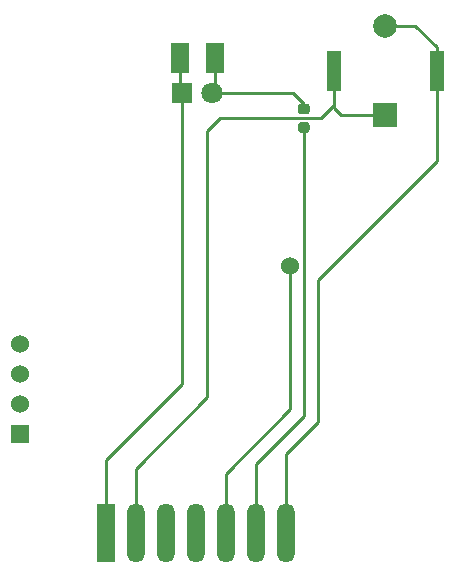
<source format=gbr>
G04 #@! TF.GenerationSoftware,KiCad,Pcbnew,(5.1.5-0-10_14)*
G04 #@! TF.CreationDate,2020-08-25T13:21:11+01:00*
G04 #@! TF.ProjectId,or2_reader,6f72325f-7265-4616-9465-722e6b696361,rev?*
G04 #@! TF.SameCoordinates,Original*
G04 #@! TF.FileFunction,Copper,L1,Top*
G04 #@! TF.FilePolarity,Positive*
%FSLAX46Y46*%
G04 Gerber Fmt 4.6, Leading zero omitted, Abs format (unit mm)*
G04 Created by KiCad (PCBNEW (5.1.5-0-10_14)) date 2020-08-25 13:21:11*
%MOMM*%
%LPD*%
G04 APERTURE LIST*
%ADD10C,1.524000*%
%ADD11R,1.524000X1.524000*%
%ADD12O,1.500000X5.000000*%
%ADD13R,1.500000X5.000000*%
%ADD14R,1.500000X2.600000*%
%ADD15C,0.100000*%
%ADD16R,1.300000X3.400000*%
%ADD17C,2.000000*%
%ADD18R,2.000000X2.000000*%
%ADD19C,1.800000*%
%ADD20R,1.800000X1.800000*%
%ADD21C,0.250000*%
G04 APERTURE END LIST*
D10*
X154678380Y-98750120D03*
D11*
X131779900Y-113035400D03*
D10*
X131779900Y-110495400D03*
X131779900Y-107955400D03*
X131779900Y-105415400D03*
D12*
X154305000Y-121373900D03*
X151765000Y-121373900D03*
X149225000Y-121373900D03*
X146685000Y-121373900D03*
X144145000Y-121373900D03*
X141605000Y-121373900D03*
D13*
X139065000Y-121373900D03*
D14*
X148308400Y-81213200D03*
X145308400Y-81213200D03*
G04 #@! TA.AperFunction,SMDPad,CuDef*
D15*
G36*
X156106691Y-86622053D02*
G01*
X156127926Y-86625203D01*
X156148750Y-86630419D01*
X156168962Y-86637651D01*
X156188368Y-86646830D01*
X156206781Y-86657866D01*
X156224024Y-86670654D01*
X156239930Y-86685070D01*
X156254346Y-86700976D01*
X156267134Y-86718219D01*
X156278170Y-86736632D01*
X156287349Y-86756038D01*
X156294581Y-86776250D01*
X156299797Y-86797074D01*
X156302947Y-86818309D01*
X156304000Y-86839750D01*
X156304000Y-87277250D01*
X156302947Y-87298691D01*
X156299797Y-87319926D01*
X156294581Y-87340750D01*
X156287349Y-87360962D01*
X156278170Y-87380368D01*
X156267134Y-87398781D01*
X156254346Y-87416024D01*
X156239930Y-87431930D01*
X156224024Y-87446346D01*
X156206781Y-87459134D01*
X156188368Y-87470170D01*
X156168962Y-87479349D01*
X156148750Y-87486581D01*
X156127926Y-87491797D01*
X156106691Y-87494947D01*
X156085250Y-87496000D01*
X155572750Y-87496000D01*
X155551309Y-87494947D01*
X155530074Y-87491797D01*
X155509250Y-87486581D01*
X155489038Y-87479349D01*
X155469632Y-87470170D01*
X155451219Y-87459134D01*
X155433976Y-87446346D01*
X155418070Y-87431930D01*
X155403654Y-87416024D01*
X155390866Y-87398781D01*
X155379830Y-87380368D01*
X155370651Y-87360962D01*
X155363419Y-87340750D01*
X155358203Y-87319926D01*
X155355053Y-87298691D01*
X155354000Y-87277250D01*
X155354000Y-86839750D01*
X155355053Y-86818309D01*
X155358203Y-86797074D01*
X155363419Y-86776250D01*
X155370651Y-86756038D01*
X155379830Y-86736632D01*
X155390866Y-86718219D01*
X155403654Y-86700976D01*
X155418070Y-86685070D01*
X155433976Y-86670654D01*
X155451219Y-86657866D01*
X155469632Y-86646830D01*
X155489038Y-86637651D01*
X155509250Y-86630419D01*
X155530074Y-86625203D01*
X155551309Y-86622053D01*
X155572750Y-86621000D01*
X156085250Y-86621000D01*
X156106691Y-86622053D01*
G37*
G04 #@! TD.AperFunction*
G04 #@! TA.AperFunction,SMDPad,CuDef*
G36*
X156106691Y-85047053D02*
G01*
X156127926Y-85050203D01*
X156148750Y-85055419D01*
X156168962Y-85062651D01*
X156188368Y-85071830D01*
X156206781Y-85082866D01*
X156224024Y-85095654D01*
X156239930Y-85110070D01*
X156254346Y-85125976D01*
X156267134Y-85143219D01*
X156278170Y-85161632D01*
X156287349Y-85181038D01*
X156294581Y-85201250D01*
X156299797Y-85222074D01*
X156302947Y-85243309D01*
X156304000Y-85264750D01*
X156304000Y-85702250D01*
X156302947Y-85723691D01*
X156299797Y-85744926D01*
X156294581Y-85765750D01*
X156287349Y-85785962D01*
X156278170Y-85805368D01*
X156267134Y-85823781D01*
X156254346Y-85841024D01*
X156239930Y-85856930D01*
X156224024Y-85871346D01*
X156206781Y-85884134D01*
X156188368Y-85895170D01*
X156168962Y-85904349D01*
X156148750Y-85911581D01*
X156127926Y-85916797D01*
X156106691Y-85919947D01*
X156085250Y-85921000D01*
X155572750Y-85921000D01*
X155551309Y-85919947D01*
X155530074Y-85916797D01*
X155509250Y-85911581D01*
X155489038Y-85904349D01*
X155469632Y-85895170D01*
X155451219Y-85884134D01*
X155433976Y-85871346D01*
X155418070Y-85856930D01*
X155403654Y-85841024D01*
X155390866Y-85823781D01*
X155379830Y-85805368D01*
X155370651Y-85785962D01*
X155363419Y-85765750D01*
X155358203Y-85744926D01*
X155355053Y-85723691D01*
X155354000Y-85702250D01*
X155354000Y-85264750D01*
X155355053Y-85243309D01*
X155358203Y-85222074D01*
X155363419Y-85201250D01*
X155370651Y-85181038D01*
X155379830Y-85161632D01*
X155390866Y-85143219D01*
X155403654Y-85125976D01*
X155418070Y-85110070D01*
X155433976Y-85095654D01*
X155451219Y-85082866D01*
X155469632Y-85071830D01*
X155489038Y-85062651D01*
X155509250Y-85055419D01*
X155530074Y-85050203D01*
X155551309Y-85047053D01*
X155572750Y-85046000D01*
X156085250Y-85046000D01*
X156106691Y-85047053D01*
G37*
G04 #@! TD.AperFunction*
D16*
X167081700Y-82296000D03*
X158381700Y-82296000D03*
D17*
X162712400Y-78429800D03*
D18*
X162712400Y-86029800D03*
D19*
X148029000Y-84159600D03*
D20*
X145489000Y-84159600D03*
D21*
X148308400Y-83880200D02*
X148029000Y-84159600D01*
X148308400Y-81213200D02*
X148308400Y-83880200D01*
X154942600Y-84159600D02*
X155829000Y-85046000D01*
X155829000Y-85046000D02*
X155829000Y-85483500D01*
X148029000Y-84159600D02*
X154942600Y-84159600D01*
X145308400Y-83979000D02*
X145489000Y-84159600D01*
X145308400Y-81213200D02*
X145308400Y-83979000D01*
X145489000Y-84159600D02*
X145489000Y-108752300D01*
X139065000Y-115176300D02*
X139065000Y-121373900D01*
X145489000Y-108752300D02*
X139065000Y-115176300D01*
X165247000Y-78429800D02*
X167081700Y-80264500D01*
X167081700Y-80264500D02*
X167081700Y-82296000D01*
X162712400Y-78429800D02*
X165247000Y-78429800D01*
X154305000Y-114719100D02*
X154305000Y-121373900D01*
X157048200Y-111975900D02*
X154305000Y-114719100D01*
X157048200Y-99974400D02*
X157048200Y-111975900D01*
X167081700Y-89940900D02*
X157048200Y-99974400D01*
X167081700Y-82296000D02*
X167081700Y-89940900D01*
X155829000Y-87058500D02*
X155829000Y-111455200D01*
X151765000Y-115519200D02*
X151765000Y-121373900D01*
X155829000Y-111455200D02*
X151765000Y-115519200D01*
X149225000Y-116370100D02*
X149225000Y-121373900D01*
X154678380Y-110916720D02*
X149225000Y-116370100D01*
X154678380Y-98750120D02*
X154678380Y-110916720D01*
X158381700Y-84246000D02*
X158381700Y-82296000D01*
X158381700Y-85445600D02*
X158381700Y-84246000D01*
X158965900Y-86029800D02*
X158381700Y-85445600D01*
X162712400Y-86029800D02*
X158965900Y-86029800D01*
X141605000Y-115951000D02*
X141605000Y-121373900D01*
X147637500Y-109918500D02*
X141605000Y-115951000D01*
X157250284Y-86270790D02*
X148704610Y-86270790D01*
X148704610Y-86270790D02*
X147637500Y-87337900D01*
X158381700Y-85139374D02*
X157250284Y-86270790D01*
X147637500Y-87337900D02*
X147637500Y-109918500D01*
X158381700Y-82296000D02*
X158381700Y-85139374D01*
M02*

</source>
